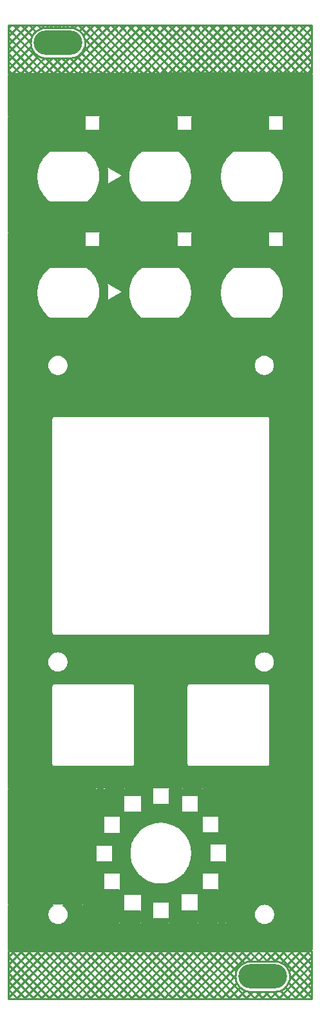
<source format=gbl>
G04 Layer: BottomLayer*
G04 EasyEDA v6.5.29, 2023-07-18 11:26:45*
G04 f5dd1875718348fc98e1e87d03b919b8,5a6b42c53f6a479593ecc07194224c93,10*
G04 Gerber Generator version 0.2*
G04 Scale: 100 percent, Rotated: No, Reflected: No *
G04 Dimensions in millimeters *
G04 leading zeros omitted , absolute positions ,4 integer and 5 decimal *
%FSLAX45Y45*%
%MOMM*%

%ADD10C,0.2540*%
%ADD11O,6.4000126X3.1999936*%

%LPD*%
G36*
X36068Y673100D02*
G01*
X32156Y673862D01*
X28905Y676097D01*
X26670Y679348D01*
X25908Y683260D01*
X25908Y1259840D01*
X26670Y1263751D01*
X28905Y1267002D01*
X32156Y1269238D01*
X36068Y1270000D01*
X32156Y1270762D01*
X28905Y1272997D01*
X26670Y1276248D01*
X25908Y1280160D01*
X25908Y2783840D01*
X26670Y2787751D01*
X28905Y2791002D01*
X32156Y2793238D01*
X36068Y2794000D01*
X32156Y2794762D01*
X28905Y2796997D01*
X26670Y2800248D01*
X25908Y2804160D01*
X25908Y9400540D01*
X26670Y9404451D01*
X28905Y9407702D01*
X32156Y9409938D01*
X36068Y9410700D01*
X32156Y9411462D01*
X28905Y9413697D01*
X26670Y9416948D01*
X25908Y9420860D01*
X25908Y10073640D01*
X26670Y10077551D01*
X28905Y10080802D01*
X32156Y10083038D01*
X36068Y10083800D01*
X32156Y10084562D01*
X28905Y10086797D01*
X26670Y10090048D01*
X25908Y10093960D01*
X25908Y10924540D01*
X26670Y10928451D01*
X28905Y10931702D01*
X32156Y10933938D01*
X36068Y10934700D01*
X32156Y10935462D01*
X28905Y10937697D01*
X26670Y10940948D01*
X25908Y10944860D01*
X25908Y11597640D01*
X26670Y11601551D01*
X28905Y11604802D01*
X32156Y11607038D01*
X36068Y11607800D01*
X32156Y11608562D01*
X28905Y11610797D01*
X26670Y11614048D01*
X25908Y11617960D01*
X25908Y12143841D01*
X26670Y12147753D01*
X28854Y12151004D01*
X32156Y12153239D01*
X36017Y12154001D01*
X4027881Y12166498D01*
X4031792Y12165736D01*
X4035094Y12163501D01*
X4037329Y12160199D01*
X4038092Y12156338D01*
X4038092Y683260D01*
X4037329Y679348D01*
X4035094Y676097D01*
X4031843Y673862D01*
X4027932Y673100D01*
G37*

%LPC*%
G36*
X1055116Y11430000D02*
G01*
X1230884Y11430000D01*
X1231900Y11431016D01*
X1231900Y11597640D01*
X1232662Y11601551D01*
X1234897Y11604802D01*
X1238148Y11607038D01*
X1242060Y11607800D01*
X1043940Y11607800D01*
X1047851Y11607038D01*
X1051102Y11604802D01*
X1053338Y11601551D01*
X1054100Y11597640D01*
X1054100Y11431016D01*
G37*
G36*
X688594Y1017117D02*
G01*
X703783Y1018032D01*
X718718Y1020775D01*
X733247Y1025296D01*
X747115Y1031544D01*
X760120Y1039368D01*
X772058Y1048766D01*
X782828Y1059535D01*
X792175Y1071473D01*
X800049Y1084478D01*
X806297Y1098346D01*
X810818Y1112875D01*
X813562Y1127810D01*
X814476Y1143000D01*
X813562Y1158189D01*
X810818Y1173124D01*
X806297Y1187653D01*
X800049Y1201521D01*
X792175Y1214526D01*
X782828Y1226464D01*
X772058Y1237234D01*
X760120Y1246581D01*
X752602Y1251153D01*
X749452Y1254150D01*
X747826Y1258214D01*
X748080Y1262583D01*
X750112Y1266444D01*
X753567Y1269085D01*
X757834Y1270000D01*
X619353Y1270000D01*
X623620Y1269085D01*
X627075Y1266444D01*
X629107Y1262583D01*
X629361Y1258214D01*
X627735Y1254150D01*
X624586Y1251153D01*
X617067Y1246581D01*
X605129Y1237234D01*
X594360Y1226464D01*
X585012Y1214526D01*
X577138Y1201521D01*
X570890Y1187653D01*
X566369Y1173124D01*
X563626Y1158189D01*
X562711Y1143000D01*
X563626Y1127810D01*
X566369Y1112875D01*
X570890Y1098346D01*
X577138Y1084478D01*
X585012Y1071473D01*
X594360Y1059535D01*
X605129Y1048766D01*
X617067Y1039368D01*
X630072Y1031544D01*
X643940Y1025296D01*
X658469Y1020775D01*
X673404Y1018032D01*
G37*
G36*
X2885440Y1028700D02*
G01*
X2894584Y1028700D01*
X2895600Y1029716D01*
X2895600Y1038860D01*
X2894838Y1034948D01*
X2892602Y1031697D01*
X2889351Y1029462D01*
G37*
G36*
X1017016Y1028700D02*
G01*
X1026160Y1028700D01*
X1022248Y1029462D01*
X1018997Y1031697D01*
X1016762Y1034948D01*
X1016000Y1038860D01*
X1016000Y1029716D01*
G37*
G36*
X1488440Y1028700D02*
G01*
X1508760Y1028700D01*
X1504848Y1029462D01*
X1501597Y1031697D01*
X1499362Y1034948D01*
X1498600Y1038860D01*
X1497838Y1034948D01*
X1495602Y1031697D01*
X1492351Y1029462D01*
G37*
G36*
X2783840Y1028700D02*
G01*
X2804160Y1028700D01*
X2800248Y1029462D01*
X2796997Y1031697D01*
X2794762Y1034948D01*
X2794000Y1038860D01*
X2793238Y1034948D01*
X2791002Y1031697D01*
X2787751Y1029462D01*
G37*
G36*
X1767839Y1028700D02*
G01*
X1788160Y1028700D01*
X1784248Y1029462D01*
X1780997Y1031697D01*
X1778762Y1034948D01*
X1778000Y1038860D01*
X1777238Y1034948D01*
X1775002Y1031697D01*
X1771751Y1029462D01*
G37*
G36*
X2517140Y1028700D02*
G01*
X2537460Y1028700D01*
X2533548Y1029462D01*
X2530297Y1031697D01*
X2528062Y1034948D01*
X2527300Y1038860D01*
X2526538Y1034948D01*
X2524302Y1031697D01*
X2521051Y1029462D01*
G37*
G36*
X2136140Y1028700D02*
G01*
X2156460Y1028700D01*
X2152548Y1029462D01*
X2149297Y1031697D01*
X2147062Y1034948D01*
X2146300Y1038860D01*
X2145538Y1034948D01*
X2143302Y1031697D01*
X2140051Y1029462D01*
G37*
G36*
X2146300Y1082040D02*
G01*
X2146300Y1294384D01*
X2145284Y1295400D01*
X1944116Y1295400D01*
X1943100Y1294384D01*
X1943100Y1093216D01*
X1944116Y1092200D01*
X2136140Y1092200D01*
X2140051Y1091438D01*
X2143302Y1089202D01*
X2145538Y1085951D01*
G37*
G36*
X1778000Y1183640D02*
G01*
X1778000Y1395984D01*
X1776984Y1397000D01*
X1563116Y1397000D01*
X1562100Y1395984D01*
X1562100Y1194816D01*
X1563116Y1193800D01*
X1767839Y1193800D01*
X1771751Y1193038D01*
X1775002Y1190802D01*
X1777238Y1187551D01*
G37*
G36*
X2527300Y1183640D02*
G01*
X2527300Y1408684D01*
X2526284Y1409700D01*
X2312416Y1409700D01*
X2311400Y1408684D01*
X2311400Y1194816D01*
X2312416Y1193800D01*
X2517140Y1193800D01*
X2521051Y1193038D01*
X2524302Y1190802D01*
X2526538Y1187551D01*
G37*
G36*
X1016000Y1259840D02*
G01*
X1016000Y1268984D01*
X1014984Y1270000D01*
X1005840Y1270000D01*
X1009751Y1269238D01*
X1013002Y1267002D01*
X1015237Y1263751D01*
G37*
G36*
X2794000Y1463040D02*
G01*
X2794000Y1675384D01*
X2792984Y1676400D01*
X2591816Y1676400D01*
X2590800Y1675384D01*
X2590800Y1474216D01*
X2591816Y1473200D01*
X2783840Y1473200D01*
X2787751Y1472438D01*
X2791002Y1470202D01*
X2793238Y1466951D01*
G37*
G36*
X1498600Y1463040D02*
G01*
X1498600Y1675384D01*
X1497584Y1676400D01*
X1296416Y1676400D01*
X1295400Y1675384D01*
X1295400Y1474216D01*
X1296416Y1473200D01*
X1488440Y1473200D01*
X1492351Y1472438D01*
X1495602Y1470202D01*
X1497838Y1466951D01*
G37*
G36*
X2025294Y1548536D02*
G01*
X2053082Y1548536D01*
X2080869Y1550466D01*
X2108403Y1554327D01*
X2135632Y1560118D01*
X2162352Y1567789D01*
X2188514Y1577289D01*
X2213914Y1588617D01*
X2238502Y1601673D01*
X2262073Y1616405D01*
X2284577Y1632762D01*
X2305913Y1650644D01*
X2325928Y1669999D01*
X2344521Y1690674D01*
X2361692Y1712569D01*
X2377236Y1735632D01*
X2391156Y1759762D01*
X2403348Y1784756D01*
X2413762Y1810562D01*
X2422347Y1837029D01*
X2429103Y1864004D01*
X2433929Y1891385D01*
X2436825Y1919071D01*
X2437790Y1946859D01*
X2436825Y1974697D01*
X2433929Y2002383D01*
X2429103Y2029764D01*
X2422347Y2056739D01*
X2413762Y2083206D01*
X2403348Y2109012D01*
X2391156Y2134006D01*
X2377236Y2158085D01*
X2361692Y2181199D01*
X2344521Y2203094D01*
X2325928Y2223770D01*
X2305913Y2243124D01*
X2284577Y2261006D01*
X2262073Y2277364D01*
X2238502Y2292096D01*
X2213914Y2305151D01*
X2188514Y2316480D01*
X2162352Y2325979D01*
X2135632Y2333650D01*
X2108403Y2339441D01*
X2080869Y2343302D01*
X2053082Y2345232D01*
X2025294Y2345232D01*
X1997506Y2343302D01*
X1969973Y2339441D01*
X1942744Y2333650D01*
X1916023Y2325979D01*
X1889861Y2316480D01*
X1864461Y2305151D01*
X1839874Y2292096D01*
X1816303Y2277364D01*
X1793798Y2261006D01*
X1772462Y2243124D01*
X1752447Y2223770D01*
X1733854Y2203094D01*
X1716735Y2181199D01*
X1701139Y2158085D01*
X1687271Y2134006D01*
X1675028Y2109012D01*
X1664614Y2083206D01*
X1656029Y2056739D01*
X1649323Y2029764D01*
X1644446Y2002383D01*
X1641551Y1974697D01*
X1640586Y1946859D01*
X1641551Y1919071D01*
X1644446Y1891385D01*
X1649323Y1864004D01*
X1656029Y1837029D01*
X1664614Y1810562D01*
X1675028Y1784756D01*
X1687271Y1759762D01*
X1701139Y1735632D01*
X1716735Y1712569D01*
X1733854Y1690674D01*
X1752447Y1669999D01*
X1772462Y1650644D01*
X1793798Y1632762D01*
X1816303Y1616405D01*
X1839874Y1601673D01*
X1864461Y1588617D01*
X1889861Y1577289D01*
X1916023Y1567789D01*
X1942744Y1560118D01*
X1969973Y1554327D01*
X1997506Y1550466D01*
G37*
G36*
X2895600Y1831339D02*
G01*
X2895600Y2056384D01*
X2894584Y2057400D01*
X2693416Y2057400D01*
X2692400Y2056384D01*
X2692400Y1842516D01*
X2693416Y1841500D01*
X2885440Y1841500D01*
X2889351Y1840738D01*
X2892602Y1838502D01*
X2894838Y1835251D01*
G37*
G36*
X1194816Y1841500D02*
G01*
X1395984Y1841500D01*
X1397000Y1842516D01*
X1397000Y2043684D01*
X1395984Y2044700D01*
X1203960Y2044700D01*
X1200048Y2045462D01*
X1196797Y2047697D01*
X1194562Y2050948D01*
X1193800Y2054860D01*
X1193800Y1842516D01*
G37*
G36*
X1296416Y2209800D02*
G01*
X1497584Y2209800D01*
X1498600Y2210816D01*
X1498600Y2424684D01*
X1497584Y2425700D01*
X1305560Y2425700D01*
X1301648Y2426462D01*
X1298397Y2428697D01*
X1296162Y2431948D01*
X1295400Y2435860D01*
X1295400Y2210816D01*
X1295552Y2209952D01*
G37*
G36*
X2591816Y2222500D02*
G01*
X2792984Y2222500D01*
X2794000Y2223516D01*
X2794000Y2424684D01*
X2792984Y2425700D01*
X2600960Y2425700D01*
X2597048Y2426462D01*
X2593797Y2428697D01*
X2591562Y2431948D01*
X2590800Y2435860D01*
X2590800Y2223516D01*
X2590952Y2222652D01*
G37*
G36*
X2325116Y2489200D02*
G01*
X2526284Y2489200D01*
X2527300Y2490216D01*
X2527300Y2691384D01*
X2526284Y2692400D01*
X2334260Y2692400D01*
X2330348Y2693162D01*
X2327097Y2695397D01*
X2324862Y2698648D01*
X2324100Y2702560D01*
X2324100Y2490216D01*
G37*
G36*
X1563116Y2489200D02*
G01*
X1776984Y2489200D01*
X1778000Y2490216D01*
X1778000Y2691384D01*
X1776984Y2692400D01*
X1572260Y2692400D01*
X1568348Y2693162D01*
X1565097Y2695397D01*
X1562862Y2698648D01*
X1562100Y2702560D01*
X1562100Y2490216D01*
X1562252Y2489352D01*
G37*
G36*
X1944116Y2590800D02*
G01*
X2145284Y2590800D01*
X2146300Y2591816D01*
X2146300Y2783840D01*
X2147062Y2787751D01*
X2149297Y2791002D01*
X2152548Y2793238D01*
X2156460Y2794000D01*
X1932939Y2794000D01*
X1936851Y2793238D01*
X1940102Y2791002D01*
X1942338Y2787751D01*
X1943100Y2783840D01*
X1943100Y2591816D01*
X1943252Y2590952D01*
G37*
G36*
X2590800Y2783840D02*
G01*
X2590800Y2792984D01*
X2589784Y2794000D01*
X2580640Y2794000D01*
X2584551Y2793238D01*
X2587802Y2791002D01*
X2590038Y2787751D01*
G37*
G36*
X3403600Y1017117D02*
G01*
X3418789Y1018032D01*
X3433724Y1020775D01*
X3448253Y1025296D01*
X3462121Y1031544D01*
X3475126Y1039368D01*
X3487064Y1048766D01*
X3497834Y1059535D01*
X3507181Y1071473D01*
X3515055Y1084478D01*
X3521303Y1098346D01*
X3525824Y1112875D01*
X3528568Y1127810D01*
X3529482Y1143000D01*
X3528568Y1158189D01*
X3525824Y1173124D01*
X3521303Y1187653D01*
X3515055Y1201521D01*
X3507181Y1214526D01*
X3497834Y1226464D01*
X3487064Y1237234D01*
X3475126Y1246581D01*
X3462121Y1254455D01*
X3448253Y1260703D01*
X3433724Y1265224D01*
X3418789Y1267968D01*
X3403600Y1268882D01*
X3388410Y1267968D01*
X3373475Y1265224D01*
X3358946Y1260703D01*
X3345078Y1254455D01*
X3332073Y1246581D01*
X3320135Y1237234D01*
X3309365Y1226464D01*
X3300018Y1214526D01*
X3292144Y1201521D01*
X3285896Y1187653D01*
X3281375Y1173124D01*
X3278632Y1158189D01*
X3277717Y1143000D01*
X3278632Y1127810D01*
X3281375Y1112875D01*
X3285896Y1098346D01*
X3292144Y1084478D01*
X3300018Y1071473D01*
X3309365Y1059535D01*
X3320135Y1048766D01*
X3332073Y1039368D01*
X3345078Y1031544D01*
X3358946Y1025296D01*
X3373475Y1020775D01*
X3388410Y1018032D01*
G37*
G36*
X2324100Y2783840D02*
G01*
X2324862Y2787751D01*
X2327097Y2791002D01*
X2330348Y2793238D01*
X2334260Y2794000D01*
X2313940Y2794000D01*
X2317851Y2793238D01*
X2321102Y2791002D01*
X2323338Y2787751D01*
G37*
G36*
X1295400Y2783840D02*
G01*
X1296162Y2787751D01*
X1298397Y2791002D01*
X1301648Y2793238D01*
X1305560Y2794000D01*
X1285240Y2794000D01*
X1289151Y2793238D01*
X1292402Y2791002D01*
X1294638Y2787751D01*
G37*
G36*
X1562100Y2783840D02*
G01*
X1562862Y2787751D01*
X1565097Y2791002D01*
X1568348Y2793238D01*
X1572260Y2794000D01*
X1551940Y2794000D01*
X1555851Y2793238D01*
X1559102Y2791002D01*
X1561338Y2787751D01*
G37*
G36*
X641604Y3090113D02*
G01*
X1660448Y3090113D01*
X1666798Y3090824D01*
X1672234Y3092704D01*
X1677162Y3095802D01*
X1681225Y3099917D01*
X1684324Y3104794D01*
X1686204Y3110280D01*
X1686915Y3116580D01*
X1686915Y4135424D01*
X1686204Y4141774D01*
X1684324Y4147210D01*
X1681225Y4152137D01*
X1677162Y4156201D01*
X1672234Y4159300D01*
X1666798Y4161180D01*
X1660448Y4161891D01*
X641604Y4161891D01*
X635254Y4161180D01*
X629818Y4159300D01*
X624890Y4156201D01*
X620826Y4152137D01*
X617728Y4147210D01*
X615848Y4141774D01*
X615137Y4135424D01*
X615137Y3116580D01*
X615848Y3110280D01*
X617728Y3104794D01*
X620826Y3099917D01*
X624890Y3095802D01*
X629818Y3092704D01*
X635254Y3090824D01*
G37*
G36*
X2419604Y3090113D02*
G01*
X3438448Y3090113D01*
X3444798Y3090824D01*
X3450234Y3092704D01*
X3455162Y3095802D01*
X3459226Y3099917D01*
X3462324Y3104794D01*
X3464204Y3110280D01*
X3464915Y3116580D01*
X3464915Y4135424D01*
X3464204Y4141774D01*
X3462324Y4147210D01*
X3459226Y4152137D01*
X3455162Y4156201D01*
X3450234Y4159300D01*
X3444798Y4161180D01*
X3438448Y4161891D01*
X2419604Y4161891D01*
X2413254Y4161180D01*
X2407818Y4159300D01*
X2402890Y4156201D01*
X2398826Y4152137D01*
X2395728Y4147210D01*
X2393848Y4141774D01*
X2393137Y4135424D01*
X2393137Y3116580D01*
X2393848Y3110280D01*
X2395728Y3104794D01*
X2398826Y3099917D01*
X2402890Y3095802D01*
X2407818Y3092704D01*
X2413254Y3090824D01*
G37*
G36*
X3400806Y4328007D02*
G01*
X3415995Y4328922D01*
X3430930Y4331665D01*
X3445459Y4336186D01*
X3459327Y4342434D01*
X3472332Y4350308D01*
X3484270Y4359706D01*
X3495040Y4370425D01*
X3504387Y4382414D01*
X3512261Y4395419D01*
X3518509Y4409287D01*
X3523030Y4423765D01*
X3525774Y4438751D01*
X3526688Y4453890D01*
X3525774Y4469079D01*
X3523030Y4484065D01*
X3518509Y4498543D01*
X3512261Y4512411D01*
X3504387Y4525416D01*
X3495040Y4537405D01*
X3484270Y4548124D01*
X3472332Y4557522D01*
X3459327Y4565396D01*
X3445459Y4571644D01*
X3430930Y4576165D01*
X3415995Y4578908D01*
X3400806Y4579823D01*
X3385616Y4578908D01*
X3370681Y4576165D01*
X3356152Y4571644D01*
X3342284Y4565396D01*
X3329279Y4557522D01*
X3317341Y4548124D01*
X3306572Y4537405D01*
X3297224Y4525416D01*
X3289350Y4512411D01*
X3283102Y4498543D01*
X3278581Y4484065D01*
X3275838Y4469079D01*
X3274923Y4453890D01*
X3275838Y4438751D01*
X3278581Y4423765D01*
X3283102Y4409287D01*
X3289350Y4395419D01*
X3297224Y4382414D01*
X3306572Y4370425D01*
X3317341Y4359706D01*
X3329279Y4350308D01*
X3342284Y4342434D01*
X3356152Y4336186D01*
X3370681Y4331665D01*
X3385616Y4328922D01*
G37*
G36*
X685800Y4328007D02*
G01*
X700989Y4328922D01*
X715924Y4331665D01*
X730453Y4336186D01*
X744321Y4342434D01*
X757326Y4350308D01*
X769264Y4359706D01*
X780034Y4370425D01*
X789381Y4382414D01*
X797255Y4395419D01*
X803503Y4409287D01*
X808024Y4423765D01*
X810768Y4438751D01*
X811682Y4453890D01*
X810768Y4469079D01*
X808024Y4484065D01*
X803503Y4498543D01*
X797255Y4512411D01*
X789381Y4525416D01*
X780034Y4537405D01*
X769264Y4548124D01*
X757326Y4557522D01*
X744321Y4565396D01*
X730453Y4571644D01*
X715924Y4576165D01*
X700989Y4578908D01*
X685800Y4579823D01*
X670610Y4578908D01*
X655675Y4576165D01*
X641146Y4571644D01*
X627278Y4565396D01*
X614273Y4557522D01*
X602335Y4548124D01*
X591566Y4537405D01*
X582218Y4525416D01*
X574344Y4512411D01*
X568096Y4498543D01*
X563575Y4484065D01*
X560832Y4469079D01*
X559917Y4453890D01*
X560832Y4438751D01*
X563575Y4423765D01*
X568096Y4409287D01*
X574344Y4395419D01*
X582218Y4382414D01*
X591566Y4370425D01*
X602335Y4359706D01*
X614273Y4350308D01*
X627278Y4342434D01*
X641146Y4336186D01*
X655675Y4331665D01*
X670610Y4328922D01*
G37*
G36*
X641604Y4815281D02*
G01*
X3440429Y4815281D01*
X3446779Y4816043D01*
X3452215Y4817922D01*
X3457143Y4821021D01*
X3461207Y4825085D01*
X3464306Y4830013D01*
X3466236Y4835448D01*
X3466947Y4841798D01*
X3466947Y7640624D01*
X3466236Y7646974D01*
X3464306Y7652410D01*
X3461207Y7657338D01*
X3457143Y7661402D01*
X3452215Y7664500D01*
X3446779Y7666380D01*
X3440429Y7667091D01*
X641604Y7667091D01*
X635254Y7666380D01*
X629818Y7664500D01*
X624890Y7661402D01*
X620826Y7657338D01*
X617728Y7652410D01*
X615848Y7646974D01*
X615137Y7640624D01*
X615137Y4841798D01*
X615848Y4835448D01*
X617728Y4830013D01*
X620826Y4825085D01*
X624890Y4821021D01*
X629818Y4817922D01*
X635254Y4816043D01*
G37*
G36*
X3400806Y8218017D02*
G01*
X3415995Y8218931D01*
X3430930Y8221675D01*
X3445459Y8226196D01*
X3459327Y8232444D01*
X3472332Y8240318D01*
X3484270Y8249666D01*
X3495040Y8260435D01*
X3504387Y8272373D01*
X3512261Y8285378D01*
X3518509Y8299246D01*
X3523030Y8313775D01*
X3525774Y8328710D01*
X3526688Y8343900D01*
X3525774Y8359089D01*
X3523030Y8374024D01*
X3518509Y8388553D01*
X3512261Y8402421D01*
X3504387Y8415426D01*
X3495040Y8427364D01*
X3484270Y8438134D01*
X3472332Y8447481D01*
X3459327Y8455355D01*
X3445459Y8461603D01*
X3430930Y8466124D01*
X3415995Y8468868D01*
X3400806Y8469782D01*
X3385616Y8468868D01*
X3370681Y8466124D01*
X3356152Y8461603D01*
X3342284Y8455355D01*
X3329279Y8447481D01*
X3317341Y8438134D01*
X3306572Y8427364D01*
X3297224Y8415426D01*
X3289350Y8402421D01*
X3283102Y8388553D01*
X3278581Y8374024D01*
X3275838Y8359089D01*
X3274923Y8343900D01*
X3275838Y8328710D01*
X3278581Y8313775D01*
X3283102Y8299246D01*
X3289350Y8285378D01*
X3297224Y8272373D01*
X3306572Y8260435D01*
X3317341Y8249666D01*
X3329279Y8240318D01*
X3342284Y8232444D01*
X3356152Y8226196D01*
X3370681Y8221675D01*
X3385616Y8218931D01*
G37*
G36*
X685800Y8218017D02*
G01*
X700989Y8218931D01*
X715924Y8221675D01*
X730453Y8226196D01*
X744321Y8232444D01*
X757326Y8240318D01*
X769264Y8249666D01*
X780034Y8260435D01*
X789381Y8272373D01*
X797255Y8285378D01*
X803503Y8299246D01*
X808024Y8313775D01*
X810768Y8328710D01*
X811682Y8343900D01*
X810768Y8359089D01*
X808024Y8374024D01*
X803503Y8388553D01*
X797255Y8402421D01*
X789381Y8415426D01*
X780034Y8427364D01*
X769264Y8438134D01*
X757326Y8447481D01*
X744321Y8455355D01*
X730453Y8461603D01*
X715924Y8466124D01*
X700989Y8468868D01*
X685800Y8469782D01*
X670610Y8468868D01*
X655675Y8466124D01*
X641146Y8461603D01*
X627278Y8455355D01*
X614273Y8447481D01*
X602335Y8438134D01*
X591566Y8427364D01*
X582218Y8415426D01*
X574344Y8402421D01*
X568096Y8388553D01*
X563575Y8374024D01*
X560832Y8359089D01*
X559917Y8343900D01*
X560832Y8328710D01*
X563575Y8313775D01*
X568096Y8299246D01*
X574344Y8285378D01*
X582218Y8272373D01*
X591566Y8260435D01*
X602335Y8249666D01*
X614273Y8240318D01*
X627278Y8232444D01*
X641146Y8226196D01*
X655675Y8221675D01*
X670610Y8218931D01*
G37*
G36*
X591566Y8970467D02*
G01*
X1059434Y8970467D01*
X1065733Y8971229D01*
X1071219Y8973108D01*
X1076045Y8976156D01*
X1081938Y8982100D01*
X1097229Y8994952D01*
X1117600Y9014663D01*
X1136548Y9035694D01*
X1153922Y9058046D01*
X1169771Y9081516D01*
X1183894Y9106052D01*
X1196289Y9131503D01*
X1206906Y9157766D01*
X1215644Y9184741D01*
X1222451Y9212224D01*
X1227378Y9240113D01*
X1230325Y9268256D01*
X1231290Y9296552D01*
X1230325Y9324848D01*
X1227328Y9353042D01*
X1222400Y9380931D01*
X1218133Y9398101D01*
X1217879Y9401759D01*
X1218996Y9405264D01*
X1221232Y9408160D01*
X1224381Y9410039D01*
X1227988Y9410700D01*
X1222197Y9410700D01*
X1218031Y9411563D01*
X1214628Y9414052D01*
X1212494Y9417710D01*
X1206804Y9435338D01*
X1196187Y9461550D01*
X1183741Y9487001D01*
X1169568Y9511538D01*
X1153769Y9535007D01*
X1136294Y9557359D01*
X1117346Y9578390D01*
X1096975Y9598050D01*
X1081176Y9611360D01*
X1076045Y9616643D01*
X1071219Y9619691D01*
X1065733Y9621570D01*
X1059434Y9622282D01*
X591566Y9622282D01*
X585266Y9621570D01*
X579780Y9619691D01*
X574903Y9616592D01*
X569315Y9611055D01*
X553821Y9598050D01*
X533450Y9578390D01*
X514502Y9557359D01*
X497027Y9535007D01*
X481228Y9511538D01*
X467055Y9487001D01*
X454609Y9461550D01*
X443992Y9435338D01*
X438302Y9417710D01*
X436168Y9414052D01*
X432765Y9411563D01*
X428650Y9410700D01*
X422808Y9410700D01*
X426415Y9410039D01*
X429564Y9408160D01*
X431850Y9405264D01*
X432917Y9401759D01*
X432663Y9398101D01*
X428396Y9380931D01*
X423468Y9353042D01*
X420522Y9324848D01*
X419506Y9296552D01*
X420471Y9268256D01*
X423418Y9240113D01*
X428345Y9212224D01*
X435152Y9184741D01*
X443890Y9157766D01*
X454507Y9131503D01*
X466902Y9106052D01*
X481025Y9081516D01*
X496874Y9058046D01*
X514299Y9035694D01*
X533196Y9014663D01*
X553567Y8994952D01*
X569976Y8981084D01*
X574903Y8976207D01*
X579780Y8973108D01*
X585266Y8971229D01*
G37*
G36*
X1798066Y8970467D02*
G01*
X2265934Y8970467D01*
X2272233Y8971229D01*
X2277719Y8973108D01*
X2282545Y8976156D01*
X2288438Y8982100D01*
X2303729Y8994952D01*
X2324100Y9014663D01*
X2343048Y9035694D01*
X2360422Y9058046D01*
X2376271Y9081516D01*
X2390394Y9106052D01*
X2402789Y9131503D01*
X2413406Y9157766D01*
X2422144Y9184741D01*
X2428951Y9212224D01*
X2433878Y9240113D01*
X2436825Y9268256D01*
X2437790Y9296552D01*
X2436825Y9324848D01*
X2433828Y9353042D01*
X2428900Y9380931D01*
X2422042Y9408414D01*
X2413304Y9435338D01*
X2402687Y9461550D01*
X2390241Y9487001D01*
X2376068Y9511538D01*
X2360269Y9535007D01*
X2342794Y9557359D01*
X2323846Y9578390D01*
X2303475Y9598050D01*
X2287676Y9611360D01*
X2282545Y9616643D01*
X2277719Y9619691D01*
X2272233Y9621570D01*
X2265934Y9622282D01*
X1798066Y9622282D01*
X1791766Y9621570D01*
X1786280Y9619691D01*
X1781403Y9616592D01*
X1775815Y9611055D01*
X1760321Y9598050D01*
X1739950Y9578390D01*
X1721002Y9557359D01*
X1703527Y9535007D01*
X1687728Y9511538D01*
X1673555Y9487001D01*
X1661109Y9461550D01*
X1650492Y9435338D01*
X1641754Y9408414D01*
X1634896Y9380931D01*
X1629968Y9353042D01*
X1627022Y9324848D01*
X1626006Y9296552D01*
X1626971Y9268256D01*
X1629918Y9240113D01*
X1634845Y9212224D01*
X1641652Y9184741D01*
X1650390Y9157766D01*
X1661007Y9131503D01*
X1673402Y9106052D01*
X1687525Y9081516D01*
X1703374Y9058046D01*
X1720799Y9035694D01*
X1739696Y9014663D01*
X1760067Y8994952D01*
X1776475Y8981084D01*
X1781403Y8976207D01*
X1786280Y8973108D01*
X1791766Y8971229D01*
G37*
G36*
X3004566Y8970467D02*
G01*
X3472434Y8970467D01*
X3478733Y8971229D01*
X3484219Y8973108D01*
X3489045Y8976156D01*
X3494938Y8982100D01*
X3510229Y8994952D01*
X3530600Y9014663D01*
X3549548Y9035694D01*
X3566922Y9058046D01*
X3582771Y9081516D01*
X3596894Y9106052D01*
X3609289Y9131503D01*
X3619906Y9157766D01*
X3628644Y9184741D01*
X3635451Y9212224D01*
X3640378Y9240113D01*
X3643325Y9268256D01*
X3644290Y9296552D01*
X3643325Y9324848D01*
X3640328Y9353042D01*
X3635400Y9380931D01*
X3628542Y9408414D01*
X3619804Y9435338D01*
X3609187Y9461550D01*
X3596741Y9487001D01*
X3582568Y9511538D01*
X3566769Y9535007D01*
X3549294Y9557359D01*
X3530346Y9578390D01*
X3509975Y9598050D01*
X3494176Y9611360D01*
X3489045Y9616643D01*
X3484219Y9619691D01*
X3478733Y9621570D01*
X3472434Y9622282D01*
X3004566Y9622282D01*
X2998266Y9621570D01*
X2992780Y9619691D01*
X2987903Y9616592D01*
X2982315Y9611055D01*
X2966821Y9598050D01*
X2946450Y9578390D01*
X2927502Y9557359D01*
X2910027Y9535007D01*
X2894228Y9511538D01*
X2880055Y9487001D01*
X2867609Y9461550D01*
X2856992Y9435338D01*
X2848254Y9408414D01*
X2841396Y9380931D01*
X2836468Y9353042D01*
X2833522Y9324848D01*
X2832506Y9296552D01*
X2833471Y9268256D01*
X2836418Y9240113D01*
X2841345Y9212224D01*
X2848152Y9184741D01*
X2856890Y9157766D01*
X2867507Y9131503D01*
X2879902Y9106052D01*
X2894025Y9081516D01*
X2909874Y9058046D01*
X2927299Y9035694D01*
X2946196Y9014663D01*
X2966567Y8994952D01*
X2982976Y8981084D01*
X2987903Y8976207D01*
X2992780Y8973108D01*
X2998266Y8971229D01*
G37*
G36*
X1347063Y9208008D02*
G01*
X1522831Y9308439D01*
X1523136Y9309608D01*
X1347368Y9410039D01*
X1344879Y9410700D01*
X1336040Y9410700D01*
X1339951Y9409938D01*
X1343202Y9407702D01*
X1345438Y9404451D01*
X1346200Y9400540D01*
X1346200Y9208820D01*
G37*
G36*
X3468115Y9906000D02*
G01*
X3643884Y9906000D01*
X3644900Y9907016D01*
X3644900Y10082784D01*
X3643884Y10083800D01*
X3456940Y10083800D01*
X3460851Y10083038D01*
X3464102Y10080802D01*
X3466337Y10077551D01*
X3467100Y10073640D01*
X3467100Y9907016D01*
X3467252Y9906152D01*
G37*
G36*
X2261616Y9906000D02*
G01*
X2437384Y9906000D01*
X2438400Y9907016D01*
X2438400Y10073640D01*
X2439162Y10077551D01*
X2441397Y10080802D01*
X2444648Y10083038D01*
X2448560Y10083800D01*
X2250440Y10083800D01*
X2254351Y10083038D01*
X2257602Y10080802D01*
X2259838Y10077551D01*
X2260600Y10073640D01*
X2260600Y9907016D01*
G37*
G36*
X1055116Y9906000D02*
G01*
X1230884Y9906000D01*
X1231900Y9907016D01*
X1231900Y10073640D01*
X1232662Y10077551D01*
X1234897Y10080802D01*
X1238148Y10083038D01*
X1242060Y10083800D01*
X1043940Y10083800D01*
X1047851Y10083038D01*
X1051102Y10080802D01*
X1053338Y10077551D01*
X1054100Y10073640D01*
X1054100Y9907016D01*
X1054252Y9906152D01*
G37*
G36*
X591566Y10494467D02*
G01*
X1059434Y10494467D01*
X1065733Y10495229D01*
X1071219Y10497108D01*
X1076045Y10500156D01*
X1081938Y10506100D01*
X1097229Y10518952D01*
X1117600Y10538663D01*
X1136548Y10559694D01*
X1153922Y10582046D01*
X1169771Y10605516D01*
X1183894Y10630052D01*
X1196289Y10655503D01*
X1206906Y10681766D01*
X1215644Y10708741D01*
X1222451Y10736224D01*
X1227378Y10764113D01*
X1230325Y10792256D01*
X1231290Y10820552D01*
X1230325Y10848848D01*
X1227328Y10877042D01*
X1222400Y10904931D01*
X1218133Y10922101D01*
X1217879Y10925759D01*
X1218996Y10929264D01*
X1221232Y10932160D01*
X1224381Y10934039D01*
X1227988Y10934700D01*
X1222197Y10934700D01*
X1218031Y10935563D01*
X1214628Y10938052D01*
X1212494Y10941710D01*
X1206804Y10959338D01*
X1196187Y10985550D01*
X1183741Y11011001D01*
X1169568Y11035538D01*
X1153769Y11059007D01*
X1136294Y11081359D01*
X1117346Y11102390D01*
X1096975Y11122050D01*
X1081176Y11135360D01*
X1076045Y11140643D01*
X1071219Y11143691D01*
X1065733Y11145570D01*
X1059434Y11146282D01*
X591566Y11146282D01*
X585266Y11145570D01*
X579780Y11143691D01*
X574903Y11140592D01*
X569315Y11135055D01*
X553821Y11122050D01*
X533450Y11102390D01*
X514502Y11081359D01*
X497027Y11059007D01*
X481228Y11035538D01*
X467055Y11011001D01*
X454609Y10985550D01*
X443992Y10959338D01*
X438302Y10941710D01*
X436168Y10938052D01*
X432765Y10935563D01*
X428650Y10934700D01*
X422808Y10934700D01*
X426415Y10934039D01*
X429564Y10932160D01*
X431850Y10929264D01*
X432917Y10925759D01*
X432663Y10922101D01*
X428396Y10904931D01*
X423468Y10877042D01*
X420522Y10848848D01*
X419506Y10820552D01*
X420471Y10792256D01*
X423418Y10764113D01*
X428345Y10736224D01*
X435152Y10708741D01*
X443890Y10681766D01*
X454507Y10655503D01*
X466902Y10630052D01*
X481025Y10605516D01*
X496874Y10582046D01*
X514299Y10559694D01*
X533196Y10538663D01*
X553567Y10518952D01*
X569976Y10505084D01*
X574903Y10500207D01*
X579780Y10497108D01*
X585266Y10495229D01*
G37*
G36*
X1798066Y10494467D02*
G01*
X2265934Y10494467D01*
X2272233Y10495229D01*
X2277719Y10497108D01*
X2282545Y10500156D01*
X2288438Y10506100D01*
X2303729Y10518952D01*
X2324100Y10538663D01*
X2343048Y10559694D01*
X2360422Y10582046D01*
X2376271Y10605516D01*
X2390394Y10630052D01*
X2402789Y10655503D01*
X2413406Y10681766D01*
X2422144Y10708741D01*
X2428951Y10736224D01*
X2433878Y10764113D01*
X2436825Y10792256D01*
X2437790Y10820552D01*
X2436825Y10848848D01*
X2433828Y10877042D01*
X2428900Y10904931D01*
X2422042Y10932414D01*
X2413304Y10959338D01*
X2402687Y10985550D01*
X2390241Y11011001D01*
X2376068Y11035538D01*
X2360269Y11059007D01*
X2342794Y11081359D01*
X2323846Y11102390D01*
X2303475Y11122050D01*
X2287676Y11135360D01*
X2282545Y11140643D01*
X2277719Y11143691D01*
X2272233Y11145570D01*
X2265934Y11146282D01*
X1798066Y11146282D01*
X1791766Y11145570D01*
X1786280Y11143691D01*
X1781403Y11140592D01*
X1775815Y11135055D01*
X1760321Y11122050D01*
X1739950Y11102390D01*
X1721002Y11081359D01*
X1703527Y11059007D01*
X1687728Y11035538D01*
X1673555Y11011001D01*
X1661109Y10985550D01*
X1650492Y10959338D01*
X1641754Y10932414D01*
X1634896Y10904931D01*
X1629968Y10877042D01*
X1627022Y10848848D01*
X1626006Y10820552D01*
X1626971Y10792256D01*
X1629918Y10764113D01*
X1634845Y10736224D01*
X1641652Y10708741D01*
X1650390Y10681766D01*
X1661007Y10655503D01*
X1673402Y10630052D01*
X1687525Y10605516D01*
X1703374Y10582046D01*
X1720799Y10559694D01*
X1739696Y10538663D01*
X1760067Y10518952D01*
X1776475Y10505084D01*
X1781403Y10500207D01*
X1786280Y10497108D01*
X1791766Y10495229D01*
G37*
G36*
X3004566Y10494467D02*
G01*
X3472434Y10494467D01*
X3478733Y10495229D01*
X3484219Y10497108D01*
X3489045Y10500156D01*
X3494938Y10506100D01*
X3510229Y10518952D01*
X3530600Y10538663D01*
X3549548Y10559694D01*
X3566922Y10582046D01*
X3582771Y10605516D01*
X3596894Y10630052D01*
X3609289Y10655503D01*
X3619906Y10681766D01*
X3628644Y10708741D01*
X3635451Y10736224D01*
X3640378Y10764113D01*
X3643325Y10792256D01*
X3644290Y10820552D01*
X3643325Y10848848D01*
X3640328Y10877042D01*
X3635400Y10904931D01*
X3628542Y10932414D01*
X3619804Y10959338D01*
X3609187Y10985550D01*
X3596741Y11011001D01*
X3582568Y11035538D01*
X3566769Y11059007D01*
X3549294Y11081359D01*
X3530346Y11102390D01*
X3509975Y11122050D01*
X3494176Y11135360D01*
X3489045Y11140643D01*
X3484219Y11143691D01*
X3478733Y11145570D01*
X3472434Y11146282D01*
X3004566Y11146282D01*
X2998266Y11145570D01*
X2992780Y11143691D01*
X2987903Y11140592D01*
X2982315Y11135055D01*
X2966821Y11122050D01*
X2946450Y11102390D01*
X2927502Y11081359D01*
X2910027Y11059007D01*
X2894228Y11035538D01*
X2880055Y11011001D01*
X2867609Y10985550D01*
X2856992Y10959338D01*
X2848254Y10932414D01*
X2841396Y10904931D01*
X2836468Y10877042D01*
X2833522Y10848848D01*
X2832506Y10820552D01*
X2833471Y10792256D01*
X2836418Y10764113D01*
X2841345Y10736224D01*
X2848152Y10708741D01*
X2856890Y10681766D01*
X2867507Y10655503D01*
X2879902Y10630052D01*
X2894025Y10605516D01*
X2909874Y10582046D01*
X2927299Y10559694D01*
X2946196Y10538663D01*
X2966567Y10518952D01*
X2982976Y10505084D01*
X2987903Y10500207D01*
X2992780Y10497108D01*
X2998266Y10495229D01*
G37*
G36*
X1347063Y10732008D02*
G01*
X1522831Y10832439D01*
X1523136Y10833608D01*
X1347368Y10934039D01*
X1344879Y10934700D01*
X1336040Y10934700D01*
X1339951Y10933938D01*
X1343202Y10931702D01*
X1345438Y10928451D01*
X1346200Y10924540D01*
X1346200Y10732820D01*
G37*
G36*
X3468115Y11430000D02*
G01*
X3643884Y11430000D01*
X3644900Y11431016D01*
X3644900Y11606784D01*
X3643884Y11607800D01*
X3456940Y11607800D01*
X3460851Y11607038D01*
X3464102Y11604802D01*
X3466337Y11601551D01*
X3467100Y11597640D01*
X3467100Y11431016D01*
G37*
G36*
X2261616Y11430000D02*
G01*
X2437384Y11430000D01*
X2438400Y11431016D01*
X2438400Y11597640D01*
X2439162Y11601551D01*
X2441397Y11604802D01*
X2444648Y11607038D01*
X2448560Y11607800D01*
X2250440Y11607800D01*
X2254351Y11607038D01*
X2257602Y11604802D01*
X2259838Y11601551D01*
X2260600Y11597640D01*
X2260600Y11431016D01*
G37*
G36*
X1193800Y2783840D02*
G01*
X1194562Y2787751D01*
X1196797Y2791002D01*
X1200048Y2793238D01*
X1203960Y2794000D01*
X1183640Y2794000D01*
X1187551Y2793238D01*
X1190802Y2791002D01*
X1193038Y2787751D01*
G37*

%LPD*%
D10*
X4000500Y12128500D02*
G01*
X4000500Y12192000D01*
X3962400Y655393D02*
G01*
X3962400Y718893D01*
X4025138Y12179432D02*
G01*
X38862Y12166975D01*
X38862Y12166975D02*
G01*
X38862Y12800837D01*
X38862Y12800837D02*
G01*
X4025138Y12800837D01*
X4025138Y12800837D02*
G01*
X4025138Y12179432D01*
X372076Y12446843D02*
G01*
X385182Y12432383D01*
X385182Y12432383D02*
G01*
X399642Y12419277D01*
X399642Y12419277D02*
G01*
X415317Y12407652D01*
X415317Y12407652D02*
G01*
X432056Y12397619D01*
X432056Y12397619D02*
G01*
X449697Y12389275D01*
X449697Y12389275D02*
G01*
X468072Y12382701D01*
X468072Y12382701D02*
G01*
X487003Y12377959D01*
X487003Y12377959D02*
G01*
X506307Y12375095D01*
X506307Y12375095D02*
G01*
X525799Y12374138D01*
X525799Y12374138D02*
G01*
X845800Y12374138D01*
X845800Y12374138D02*
G01*
X865292Y12375095D01*
X865292Y12375095D02*
G01*
X884596Y12377959D01*
X884596Y12377959D02*
G01*
X903527Y12382701D01*
X903527Y12382701D02*
G01*
X921902Y12389275D01*
X921902Y12389275D02*
G01*
X939543Y12397619D01*
X939543Y12397619D02*
G01*
X956282Y12407652D01*
X956282Y12407652D02*
G01*
X971957Y12419277D01*
X971957Y12419277D02*
G01*
X986417Y12432383D01*
X986417Y12432383D02*
G01*
X999523Y12446843D01*
X999523Y12446843D02*
G01*
X1011148Y12462518D01*
X1011148Y12462518D02*
G01*
X1021181Y12479257D01*
X1021181Y12479257D02*
G01*
X1029525Y12496898D01*
X1029525Y12496898D02*
G01*
X1036099Y12515273D01*
X1036099Y12515273D02*
G01*
X1040841Y12534204D01*
X1040841Y12534204D02*
G01*
X1043705Y12553508D01*
X1043705Y12553508D02*
G01*
X1044662Y12573000D01*
X1044662Y12573000D02*
G01*
X1043705Y12592491D01*
X1043705Y12592491D02*
G01*
X1040841Y12611795D01*
X1040841Y12611795D02*
G01*
X1036099Y12630726D01*
X1036099Y12630726D02*
G01*
X1029525Y12649101D01*
X1029525Y12649101D02*
G01*
X1021181Y12666742D01*
X1021181Y12666742D02*
G01*
X1011148Y12683481D01*
X1011148Y12683481D02*
G01*
X999523Y12699156D01*
X999523Y12699156D02*
G01*
X986417Y12713616D01*
X986417Y12713616D02*
G01*
X971957Y12726722D01*
X971957Y12726722D02*
G01*
X956282Y12738347D01*
X956282Y12738347D02*
G01*
X939543Y12748380D01*
X939543Y12748380D02*
G01*
X921902Y12756724D01*
X921902Y12756724D02*
G01*
X903527Y12763298D01*
X903527Y12763298D02*
G01*
X884596Y12768040D01*
X884596Y12768040D02*
G01*
X865292Y12770904D01*
X865292Y12770904D02*
G01*
X845800Y12771861D01*
X845800Y12771861D02*
G01*
X525799Y12771861D01*
X525799Y12771861D02*
G01*
X506307Y12770904D01*
X506307Y12770904D02*
G01*
X487003Y12768040D01*
X487003Y12768040D02*
G01*
X468072Y12763298D01*
X468072Y12763298D02*
G01*
X449697Y12756724D01*
X449697Y12756724D02*
G01*
X432056Y12748380D01*
X432056Y12748380D02*
G01*
X415317Y12738347D01*
X415317Y12738347D02*
G01*
X399642Y12726722D01*
X399642Y12726722D02*
G01*
X385182Y12713616D01*
X385182Y12713616D02*
G01*
X372076Y12699156D01*
X372076Y12699156D02*
G01*
X360451Y12683481D01*
X360451Y12683481D02*
G01*
X350418Y12666742D01*
X350418Y12666742D02*
G01*
X342074Y12649101D01*
X342074Y12649101D02*
G01*
X335500Y12630726D01*
X335500Y12630726D02*
G01*
X330758Y12611795D01*
X330758Y12611795D02*
G01*
X327894Y12592491D01*
X327894Y12592491D02*
G01*
X326937Y12573000D01*
X326937Y12573000D02*
G01*
X327894Y12553508D01*
X327894Y12553508D02*
G01*
X330758Y12534204D01*
X330758Y12534204D02*
G01*
X335500Y12515273D01*
X335500Y12515273D02*
G01*
X342074Y12496898D01*
X342074Y12496898D02*
G01*
X350418Y12479257D01*
X350418Y12479257D02*
G01*
X360451Y12462518D01*
X360451Y12462518D02*
G01*
X372076Y12446843D01*
X38862Y12215467D02*
G01*
X87203Y12167126D01*
X38862Y12323230D02*
G01*
X194630Y12167462D01*
X38862Y12430993D02*
G01*
X302058Y12167798D01*
X38862Y12538756D02*
G01*
X409485Y12168133D01*
X38862Y12646520D02*
G01*
X516912Y12168469D01*
X38862Y12754283D02*
G01*
X624340Y12168805D01*
X100070Y12800837D02*
G01*
X326982Y12573925D01*
X526770Y12374138D02*
G01*
X731767Y12169140D01*
X207833Y12800837D02*
G01*
X347692Y12660978D01*
X634533Y12374138D02*
G01*
X839194Y12169476D01*
X315596Y12800837D02*
G01*
X394433Y12722000D01*
X742296Y12374138D02*
G01*
X946622Y12169812D01*
X423359Y12800837D02*
G01*
X462789Y12761408D01*
X849859Y12374337D02*
G01*
X1054049Y12170147D01*
X531122Y12800837D02*
G01*
X560098Y12771861D01*
X936011Y12395949D02*
G01*
X1161476Y12170483D01*
X638885Y12800837D02*
G01*
X667862Y12771861D01*
X996364Y12443358D02*
G01*
X1268904Y12170819D01*
X746648Y12800837D02*
G01*
X775625Y12771861D01*
X1035075Y12512411D02*
G01*
X1376331Y12171154D01*
X854411Y12800837D02*
G01*
X888082Y12767167D01*
X1039968Y12615281D02*
G01*
X1483759Y12171490D01*
X962174Y12800837D02*
G01*
X1591186Y12171826D01*
X1069937Y12800837D02*
G01*
X1698613Y12172162D01*
X1177700Y12800837D02*
G01*
X1806041Y12172497D01*
X1285464Y12800837D02*
G01*
X1913468Y12172833D01*
X1393227Y12800837D02*
G01*
X2020895Y12173169D01*
X1500990Y12800837D02*
G01*
X2128323Y12173504D01*
X1608753Y12800837D02*
G01*
X2235750Y12173840D01*
X1716516Y12800837D02*
G01*
X2343177Y12174176D01*
X1824279Y12800837D02*
G01*
X2450605Y12174512D01*
X1932042Y12800837D02*
G01*
X2558032Y12174847D01*
X2039805Y12800837D02*
G01*
X2665459Y12175183D01*
X2147568Y12800837D02*
G01*
X2772887Y12175519D01*
X2255331Y12800837D02*
G01*
X2880314Y12175854D01*
X2363094Y12800837D02*
G01*
X2987742Y12176190D01*
X2470857Y12800837D02*
G01*
X3095169Y12176526D01*
X2578620Y12800837D02*
G01*
X3202596Y12176862D01*
X2686384Y12800837D02*
G01*
X3310024Y12177197D01*
X2794147Y12800837D02*
G01*
X3417451Y12177533D01*
X2901910Y12800837D02*
G01*
X3524878Y12177869D01*
X3009673Y12800837D02*
G01*
X3632306Y12178205D01*
X3117436Y12800837D02*
G01*
X3739733Y12178540D01*
X3225199Y12800837D02*
G01*
X3847160Y12178876D01*
X3332962Y12800837D02*
G01*
X3954588Y12179212D01*
X3440725Y12800837D02*
G01*
X4025138Y12216425D01*
X3548488Y12800837D02*
G01*
X4025138Y12324188D01*
X3656251Y12800837D02*
G01*
X4025138Y12431951D01*
X3764014Y12800837D02*
G01*
X4025138Y12539714D01*
X3871777Y12800837D02*
G01*
X4025138Y12647477D01*
X3979540Y12800837D02*
G01*
X4025138Y12755240D01*
X3976249Y12179279D02*
G01*
X4025138Y12228167D01*
X3868148Y12178942D02*
G01*
X4025138Y12335930D01*
X3760048Y12178604D02*
G01*
X4025138Y12443693D01*
X3651947Y12178266D02*
G01*
X4025138Y12551456D01*
X3543846Y12177928D02*
G01*
X4025138Y12659220D01*
X3435745Y12177590D02*
G01*
X4025138Y12766983D01*
X3327644Y12177253D02*
G01*
X3951229Y12800837D01*
X3219543Y12176915D02*
G01*
X3843466Y12800837D01*
X3111442Y12176577D02*
G01*
X3735703Y12800837D01*
X3003341Y12176239D02*
G01*
X3627940Y12800837D01*
X2895241Y12175901D02*
G01*
X3520177Y12800837D01*
X2787140Y12175563D02*
G01*
X3412414Y12800837D01*
X2679039Y12175226D02*
G01*
X3304651Y12800837D01*
X2570938Y12174888D02*
G01*
X3196888Y12800837D01*
X2462837Y12174550D02*
G01*
X3089125Y12800837D01*
X2354736Y12174212D02*
G01*
X2981362Y12800837D01*
X2246635Y12173874D02*
G01*
X2873599Y12800837D01*
X2138534Y12173536D02*
G01*
X2765835Y12800837D01*
X2030434Y12173199D02*
G01*
X2658072Y12800837D01*
X1922333Y12172861D02*
G01*
X2550309Y12800837D01*
X1814232Y12172523D02*
G01*
X2442546Y12800837D01*
X1706131Y12172185D02*
G01*
X2334783Y12800837D01*
X1598030Y12171847D02*
G01*
X2227020Y12800837D01*
X1489929Y12171510D02*
G01*
X2119257Y12800837D01*
X1381828Y12171172D02*
G01*
X2011494Y12800837D01*
X1273727Y12170834D02*
G01*
X1903731Y12800837D01*
X1165626Y12170496D02*
G01*
X1795968Y12800837D01*
X1057525Y12170158D02*
G01*
X1688205Y12800837D01*
X949425Y12169820D02*
G01*
X1580442Y12800837D01*
X841324Y12169483D02*
G01*
X1472679Y12800837D01*
X733223Y12169145D02*
G01*
X1364915Y12800837D01*
X625122Y12168807D02*
G01*
X830453Y12374138D01*
X1043944Y12587629D02*
G01*
X1257152Y12800837D01*
X517021Y12168469D02*
G01*
X722690Y12374138D01*
X1018975Y12670423D02*
G01*
X1149389Y12800837D01*
X408920Y12168131D02*
G01*
X614927Y12374138D01*
X969404Y12728615D02*
G01*
X1041626Y12800837D01*
X300819Y12167794D02*
G01*
X508036Y12375010D01*
X897767Y12764741D02*
G01*
X933863Y12800837D01*
X192718Y12167456D02*
G01*
X426320Y12401057D01*
X797124Y12771861D02*
G01*
X826100Y12800837D01*
X84618Y12167118D02*
G01*
X368783Y12451283D01*
X689361Y12771861D02*
G01*
X718337Y12800837D01*
X38862Y12229125D02*
G01*
X333398Y12523662D01*
X581598Y12771861D02*
G01*
X610574Y12800837D01*
X38862Y12336888D02*
G01*
X337060Y12635087D01*
X463711Y12761738D02*
G01*
X502811Y12800837D01*
X38862Y12444651D02*
G01*
X395048Y12800837D01*
X38862Y12552414D02*
G01*
X287285Y12800837D01*
X38862Y12660177D02*
G01*
X179522Y12800837D01*
X38862Y12767940D02*
G01*
X71759Y12800837D01*
X38862Y38862D02*
G01*
X38862Y660145D01*
X38862Y660145D02*
G01*
X4025138Y660145D01*
X4025138Y660145D02*
G01*
X4025138Y38862D01*
X4025138Y38862D02*
G01*
X38862Y38862D01*
X3064476Y204043D02*
G01*
X3077582Y189583D01*
X3077582Y189583D02*
G01*
X3092042Y176477D01*
X3092042Y176477D02*
G01*
X3107717Y164852D01*
X3107717Y164852D02*
G01*
X3124456Y154819D01*
X3124456Y154819D02*
G01*
X3142097Y146475D01*
X3142097Y146475D02*
G01*
X3160472Y139901D01*
X3160472Y139901D02*
G01*
X3179403Y135159D01*
X3179403Y135159D02*
G01*
X3198707Y132295D01*
X3198707Y132295D02*
G01*
X3218199Y131338D01*
X3218199Y131338D02*
G01*
X3538200Y131338D01*
X3538200Y131338D02*
G01*
X3557692Y132295D01*
X3557692Y132295D02*
G01*
X3576996Y135159D01*
X3576996Y135159D02*
G01*
X3595927Y139901D01*
X3595927Y139901D02*
G01*
X3614302Y146475D01*
X3614302Y146475D02*
G01*
X3631943Y154819D01*
X3631943Y154819D02*
G01*
X3648682Y164852D01*
X3648682Y164852D02*
G01*
X3664357Y176477D01*
X3664357Y176477D02*
G01*
X3678817Y189583D01*
X3678817Y189583D02*
G01*
X3691923Y204043D01*
X3691923Y204043D02*
G01*
X3703548Y219718D01*
X3703548Y219718D02*
G01*
X3713581Y236457D01*
X3713581Y236457D02*
G01*
X3721925Y254098D01*
X3721925Y254098D02*
G01*
X3728499Y272473D01*
X3728499Y272473D02*
G01*
X3733241Y291404D01*
X3733241Y291404D02*
G01*
X3736105Y310708D01*
X3736105Y310708D02*
G01*
X3737062Y330200D01*
X3737062Y330200D02*
G01*
X3736105Y349691D01*
X3736105Y349691D02*
G01*
X3733241Y368995D01*
X3733241Y368995D02*
G01*
X3728499Y387926D01*
X3728499Y387926D02*
G01*
X3721925Y406301D01*
X3721925Y406301D02*
G01*
X3713581Y423942D01*
X3713581Y423942D02*
G01*
X3703548Y440681D01*
X3703548Y440681D02*
G01*
X3691923Y456356D01*
X3691923Y456356D02*
G01*
X3678817Y470816D01*
X3678817Y470816D02*
G01*
X3664357Y483922D01*
X3664357Y483922D02*
G01*
X3648682Y495547D01*
X3648682Y495547D02*
G01*
X3631943Y505580D01*
X3631943Y505580D02*
G01*
X3614302Y513924D01*
X3614302Y513924D02*
G01*
X3595927Y520498D01*
X3595927Y520498D02*
G01*
X3576996Y525240D01*
X3576996Y525240D02*
G01*
X3557692Y528104D01*
X3557692Y528104D02*
G01*
X3538200Y529061D01*
X3538200Y529061D02*
G01*
X3218199Y529061D01*
X3218199Y529061D02*
G01*
X3198707Y528104D01*
X3198707Y528104D02*
G01*
X3179403Y525240D01*
X3179403Y525240D02*
G01*
X3160472Y520498D01*
X3160472Y520498D02*
G01*
X3142097Y513924D01*
X3142097Y513924D02*
G01*
X3124456Y505580D01*
X3124456Y505580D02*
G01*
X3107717Y495547D01*
X3107717Y495547D02*
G01*
X3092042Y483922D01*
X3092042Y483922D02*
G01*
X3077582Y470816D01*
X3077582Y470816D02*
G01*
X3064476Y456356D01*
X3064476Y456356D02*
G01*
X3052851Y440681D01*
X3052851Y440681D02*
G01*
X3042818Y423942D01*
X3042818Y423942D02*
G01*
X3034474Y406301D01*
X3034474Y406301D02*
G01*
X3027900Y387926D01*
X3027900Y387926D02*
G01*
X3023158Y368995D01*
X3023158Y368995D02*
G01*
X3020294Y349691D01*
X3020294Y349691D02*
G01*
X3019337Y330200D01*
X3019337Y330200D02*
G01*
X3020294Y310708D01*
X3020294Y310708D02*
G01*
X3023158Y291404D01*
X3023158Y291404D02*
G01*
X3027900Y272473D01*
X3027900Y272473D02*
G01*
X3034474Y254098D01*
X3034474Y254098D02*
G01*
X3042818Y236457D01*
X3042818Y236457D02*
G01*
X3052851Y219718D01*
X3052851Y219718D02*
G01*
X3064476Y204043D01*
X38862Y50940D02*
G01*
X50940Y38862D01*
X38862Y158703D02*
G01*
X158703Y38862D01*
X38862Y266466D02*
G01*
X266466Y38862D01*
X38862Y374229D02*
G01*
X374229Y38862D01*
X38862Y481992D02*
G01*
X481992Y38862D01*
X38862Y589755D02*
G01*
X589755Y38862D01*
X76235Y660145D02*
G01*
X697519Y38862D01*
X183998Y660145D02*
G01*
X805282Y38862D01*
X291761Y660145D02*
G01*
X913045Y38862D01*
X399524Y660145D02*
G01*
X1020808Y38862D01*
X507287Y660145D02*
G01*
X1128571Y38862D01*
X615050Y660145D02*
G01*
X1236334Y38862D01*
X722813Y660145D02*
G01*
X1344097Y38862D01*
X830576Y660145D02*
G01*
X1451860Y38862D01*
X938339Y660145D02*
G01*
X1559623Y38862D01*
X1046102Y660145D02*
G01*
X1667386Y38862D01*
X1153865Y660145D02*
G01*
X1775149Y38862D01*
X1261628Y660145D02*
G01*
X1882912Y38862D01*
X1369391Y660145D02*
G01*
X1990675Y38862D01*
X1477155Y660145D02*
G01*
X2098439Y38862D01*
X1584918Y660145D02*
G01*
X2206202Y38862D01*
X1692681Y660145D02*
G01*
X2313965Y38862D01*
X1800444Y660145D02*
G01*
X2421728Y38862D01*
X1908207Y660145D02*
G01*
X2529491Y38862D01*
X2015970Y660145D02*
G01*
X2637254Y38862D01*
X2123733Y660145D02*
G01*
X2745017Y38862D01*
X2231496Y660145D02*
G01*
X2852780Y38862D01*
X2339259Y660145D02*
G01*
X2960543Y38862D01*
X2447022Y660145D02*
G01*
X3068306Y38862D01*
X2554785Y660145D02*
G01*
X3176069Y38862D01*
X2662548Y660145D02*
G01*
X3021741Y300952D01*
X3188951Y133742D02*
G01*
X3283832Y38862D01*
X2770311Y660145D02*
G01*
X3031755Y398702D01*
X3299119Y131338D02*
G01*
X3391595Y38862D01*
X2878075Y660145D02*
G01*
X3072743Y465477D01*
X3406882Y131338D02*
G01*
X3499359Y38862D01*
X2985838Y660145D02*
G01*
X3135283Y510701D01*
X3514645Y131338D02*
G01*
X3607122Y38862D01*
X3093601Y660145D02*
G01*
X3224685Y529061D01*
X3609124Y144623D02*
G01*
X3714885Y38862D01*
X3201364Y660145D02*
G01*
X3332448Y529061D01*
X3675202Y186307D02*
G01*
X3822648Y38862D01*
X3309127Y660145D02*
G01*
X3440211Y529061D01*
X3719757Y249515D02*
G01*
X3930411Y38862D01*
X3416890Y660145D02*
G01*
X3548479Y528556D01*
X3736557Y340478D02*
G01*
X4025138Y51898D01*
X3524653Y660145D02*
G01*
X4025138Y159661D01*
X3632416Y660145D02*
G01*
X4025138Y267424D01*
X3740179Y660145D02*
G01*
X4025138Y375187D01*
X3847942Y660145D02*
G01*
X4025138Y482950D01*
X3955705Y660145D02*
G01*
X4025138Y590713D01*
X4013059Y38862D02*
G01*
X4025138Y50940D01*
X3905296Y38862D02*
G01*
X4025138Y158703D01*
X3797533Y38862D02*
G01*
X4025138Y266466D01*
X3689770Y38862D02*
G01*
X4025138Y374229D01*
X3582007Y38862D02*
G01*
X4025138Y481992D01*
X3474244Y38862D02*
G01*
X3569417Y134035D01*
X3734365Y298983D02*
G01*
X4025138Y589755D01*
X3366480Y38862D02*
G01*
X3458957Y131338D01*
X3725086Y397467D02*
G01*
X3987764Y660145D01*
X3258717Y38862D02*
G01*
X3351194Y131338D01*
X3684453Y464597D02*
G01*
X3880001Y660145D01*
X3150954Y38862D02*
G01*
X3243431Y131338D01*
X3622255Y510162D02*
G01*
X3772238Y660145D01*
X3043191Y38862D02*
G01*
X3148510Y144181D01*
X3533391Y529061D02*
G01*
X3664475Y660145D01*
X2935428Y38862D02*
G01*
X3082076Y185510D01*
X3425628Y529061D02*
G01*
X3556712Y660145D01*
X2827665Y38862D02*
G01*
X3037180Y248377D01*
X3317865Y529061D02*
G01*
X3448949Y660145D01*
X2719902Y38862D02*
G01*
X3019755Y338715D01*
X3209683Y528643D02*
G01*
X3341186Y660145D01*
X2612139Y38862D02*
G01*
X3233423Y660145D01*
X2504376Y38862D02*
G01*
X3125660Y660145D01*
X2396613Y38862D02*
G01*
X3017897Y660145D01*
X2288850Y38862D02*
G01*
X2910134Y660145D01*
X2181087Y38862D02*
G01*
X2802371Y660145D01*
X2073324Y38862D02*
G01*
X2694608Y660145D01*
X1965560Y38862D02*
G01*
X2586844Y660145D01*
X1857797Y38862D02*
G01*
X2479081Y660145D01*
X1750034Y38862D02*
G01*
X2371318Y660145D01*
X1642271Y38862D02*
G01*
X2263555Y660145D01*
X1534508Y38862D02*
G01*
X2155792Y660145D01*
X1426745Y38862D02*
G01*
X2048029Y660145D01*
X1318982Y38862D02*
G01*
X1940266Y660145D01*
X1211219Y38862D02*
G01*
X1832503Y660145D01*
X1103456Y38862D02*
G01*
X1724740Y660145D01*
X995693Y38862D02*
G01*
X1616977Y660145D01*
X887930Y38862D02*
G01*
X1509214Y660145D01*
X780167Y38862D02*
G01*
X1401451Y660145D01*
X672404Y38862D02*
G01*
X1293688Y660145D01*
X564640Y38862D02*
G01*
X1185924Y660145D01*
X456877Y38862D02*
G01*
X1078161Y660145D01*
X349114Y38862D02*
G01*
X970398Y660145D01*
X241351Y38862D02*
G01*
X862635Y660145D01*
X133588Y38862D02*
G01*
X754872Y660145D01*
X38862Y51898D02*
G01*
X647109Y660145D01*
X38862Y159661D02*
G01*
X539346Y660145D01*
X38862Y267424D02*
G01*
X431583Y660145D01*
X38862Y375187D02*
G01*
X323820Y660145D01*
X38862Y482950D02*
G01*
X216057Y660145D01*
X38862Y590713D02*
G01*
X108294Y660145D01*
D11*
G01*
X685800Y12573000D03*
G01*
X3378200Y330200D03*
M02*

</source>
